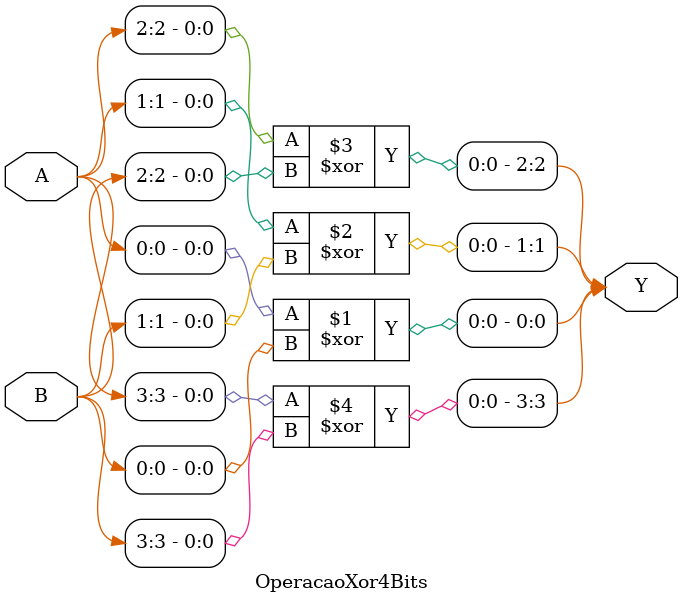
<source format=v>
module OperacaoXor4Bits(
    input [3:0] A,
    input [3:0] B,
    output [3:0] Y
);
    // Instancia uma porta XOR para cada par de bits
    xor x0(Y[0], A[0], B[0]);
    xor x1(Y[1], A[1], B[1]);
    xor x2(Y[2], A[2], B[2]);
    xor x3(Y[3], A[3], B[3]);
endmodule
</source>
